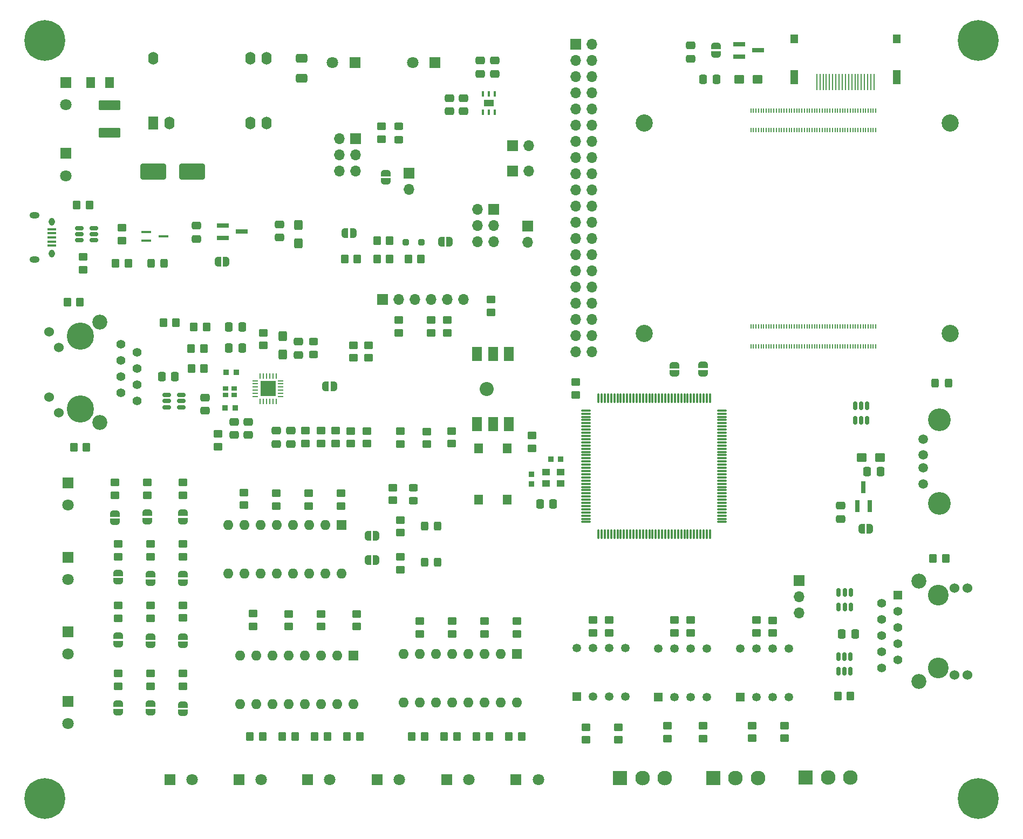
<source format=gbr>
%TF.GenerationSoftware,KiCad,Pcbnew,7.0.2*%
%TF.CreationDate,2023-08-01T13:01:46+02:00*%
%TF.ProjectId,jv_thesis,6a765f74-6865-4736-9973-2e6b69636164,rev?*%
%TF.SameCoordinates,Original*%
%TF.FileFunction,Soldermask,Top*%
%TF.FilePolarity,Negative*%
%FSLAX46Y46*%
G04 Gerber Fmt 4.6, Leading zero omitted, Abs format (unit mm)*
G04 Created by KiCad (PCBNEW 7.0.2) date 2023-08-01 13:01:46*
%MOMM*%
%LPD*%
G01*
G04 APERTURE LIST*
G04 Aperture macros list*
%AMRoundRect*
0 Rectangle with rounded corners*
0 $1 Rounding radius*
0 $2 $3 $4 $5 $6 $7 $8 $9 X,Y pos of 4 corners*
0 Add a 4 corners polygon primitive as box body*
4,1,4,$2,$3,$4,$5,$6,$7,$8,$9,$2,$3,0*
0 Add four circle primitives for the rounded corners*
1,1,$1+$1,$2,$3*
1,1,$1+$1,$4,$5*
1,1,$1+$1,$6,$7*
1,1,$1+$1,$8,$9*
0 Add four rect primitives between the rounded corners*
20,1,$1+$1,$2,$3,$4,$5,0*
20,1,$1+$1,$4,$5,$6,$7,0*
20,1,$1+$1,$6,$7,$8,$9,0*
20,1,$1+$1,$8,$9,$2,$3,0*%
%AMFreePoly0*
4,1,19,0.500000,-0.750000,0.000000,-0.750000,0.000000,-0.744911,-0.071157,-0.744911,-0.207708,-0.704816,-0.327430,-0.627875,-0.420627,-0.520320,-0.479746,-0.390866,-0.500000,-0.250000,-0.500000,0.250000,-0.479746,0.390866,-0.420627,0.520320,-0.327430,0.627875,-0.207708,0.704816,-0.071157,0.744911,0.000000,0.744911,0.000000,0.750000,0.500000,0.750000,0.500000,-0.750000,0.500000,-0.750000,
$1*%
%AMFreePoly1*
4,1,19,0.000000,0.744911,0.071157,0.744911,0.207708,0.704816,0.327430,0.627875,0.420627,0.520320,0.479746,0.390866,0.500000,0.250000,0.500000,-0.250000,0.479746,-0.390866,0.420627,-0.520320,0.327430,-0.627875,0.207708,-0.704816,0.071157,-0.744911,0.000000,-0.744911,0.000000,-0.750000,-0.500000,-0.750000,-0.500000,0.750000,0.000000,0.750000,0.000000,0.744911,0.000000,0.744911,
$1*%
G04 Aperture macros list end*
%ADD10R,1.800000X1.800000*%
%ADD11C,1.800000*%
%ADD12FreePoly0,0.000000*%
%ADD13FreePoly1,0.000000*%
%ADD14RoundRect,0.250000X-0.337500X-0.475000X0.337500X-0.475000X0.337500X0.475000X-0.337500X0.475000X0*%
%ADD15FreePoly0,270.000000*%
%ADD16FreePoly1,270.000000*%
%ADD17RoundRect,0.250000X-0.450000X0.350000X-0.450000X-0.350000X0.450000X-0.350000X0.450000X0.350000X0*%
%ADD18RoundRect,0.250000X-1.450000X0.537500X-1.450000X-0.537500X1.450000X-0.537500X1.450000X0.537500X0*%
%ADD19RoundRect,0.250000X0.475000X-0.337500X0.475000X0.337500X-0.475000X0.337500X-0.475000X-0.337500X0*%
%ADD20RoundRect,0.250000X0.450000X-0.350000X0.450000X0.350000X-0.450000X0.350000X-0.450000X-0.350000X0*%
%ADD21RoundRect,0.250000X0.325000X0.450000X-0.325000X0.450000X-0.325000X-0.450000X0.325000X-0.450000X0*%
%ADD22R,0.850000X0.750000*%
%ADD23R,1.700000X1.700000*%
%ADD24O,1.700000X1.700000*%
%ADD25RoundRect,0.250000X-0.350000X-0.450000X0.350000X-0.450000X0.350000X0.450000X-0.350000X0.450000X0*%
%ADD26RoundRect,0.250000X-0.325000X-0.450000X0.325000X-0.450000X0.325000X0.450000X-0.325000X0.450000X0*%
%ADD27R,2.300000X2.300000*%
%ADD28C,2.300000*%
%ADD29C,2.700000*%
%ADD30R,0.200000X0.700000*%
%ADD31R,1.900000X0.800000*%
%ADD32RoundRect,0.250000X-0.475000X0.337500X-0.475000X-0.337500X0.475000X-0.337500X0.475000X0.337500X0*%
%ADD33RoundRect,0.250000X0.450000X-0.325000X0.450000X0.325000X-0.450000X0.325000X-0.450000X-0.325000X0*%
%ADD34R,1.600000X1.600000*%
%ADD35O,1.600000X1.600000*%
%ADD36C,1.398000*%
%ADD37C,1.530000*%
%ADD38C,4.266000*%
%ADD39C,2.355000*%
%ADD40R,0.863600X0.965200*%
%ADD41RoundRect,0.250000X-0.250000X-0.250000X0.250000X-0.250000X0.250000X0.250000X-0.250000X0.250000X0*%
%ADD42R,1.295400X1.092200*%
%ADD43R,0.930000X0.940000*%
%ADD44RoundRect,0.250000X0.337500X0.475000X-0.337500X0.475000X-0.337500X-0.475000X0.337500X-0.475000X0*%
%ADD45R,1.600000X2.000000*%
%ADD46O,1.600000X2.000000*%
%ADD47R,0.280000X2.600000*%
%ADD48R,1.300000X1.400000*%
%ADD49R,1.300000X2.200000*%
%ADD50RoundRect,0.075000X-0.662500X-0.075000X0.662500X-0.075000X0.662500X0.075000X-0.662500X0.075000X0*%
%ADD51RoundRect,0.075000X-0.075000X-0.662500X0.075000X-0.662500X0.075000X0.662500X-0.075000X0.662500X0*%
%ADD52RoundRect,0.250000X0.425000X-0.537500X0.425000X0.537500X-0.425000X0.537500X-0.425000X-0.537500X0*%
%ADD53C,0.800000*%
%ADD54C,6.400000*%
%ADD55FreePoly0,180.000000*%
%ADD56FreePoly1,180.000000*%
%ADD57RoundRect,0.150000X0.150000X-0.512500X0.150000X0.512500X-0.150000X0.512500X-0.150000X-0.512500X0*%
%ADD58RoundRect,0.250000X-0.650000X0.412500X-0.650000X-0.412500X0.650000X-0.412500X0.650000X0.412500X0*%
%ADD59RoundRect,0.250000X-1.750000X-1.000000X1.750000X-1.000000X1.750000X1.000000X-1.750000X1.000000X0*%
%ADD60R,1.348000X1.348000*%
%ADD61C,1.348000*%
%ADD62RoundRect,0.150000X0.512500X0.150000X-0.512500X0.150000X-0.512500X-0.150000X0.512500X-0.150000X0*%
%ADD63FreePoly0,90.000000*%
%ADD64FreePoly1,90.000000*%
%ADD65RoundRect,0.250000X-0.537500X-0.425000X0.537500X-0.425000X0.537500X0.425000X-0.537500X0.425000X0*%
%ADD66RoundRect,0.250000X-0.450000X0.325000X-0.450000X-0.325000X0.450000X-0.325000X0.450000X0.325000X0*%
%ADD67RoundRect,0.250000X0.350000X0.450000X-0.350000X0.450000X-0.350000X-0.450000X0.350000X-0.450000X0*%
%ADD68R,0.940000X0.930000*%
%ADD69C,1.500000*%
%ADD70C,3.570000*%
%ADD71RoundRect,0.250000X0.537500X0.425000X-0.537500X0.425000X-0.537500X-0.425000X0.537500X-0.425000X0*%
%ADD72R,1.500000X0.450000*%
%ADD73C,3.250000*%
%ADD74R,1.398000X1.398000*%
%ADD75RoundRect,0.250001X-0.462499X-0.624999X0.462499X-0.624999X0.462499X0.624999X-0.462499X0.624999X0*%
%ADD76R,1.600200X2.311400*%
%ADD77C,2.209800*%
%ADD78R,0.800000X1.900000*%
%ADD79RoundRect,0.062500X-0.325000X-0.062500X0.325000X-0.062500X0.325000X0.062500X-0.325000X0.062500X0*%
%ADD80RoundRect,0.062500X-0.062500X-0.325000X0.062500X-0.325000X0.062500X0.325000X-0.062500X0.325000X0*%
%ADD81R,2.450000X2.450000*%
%ADD82RoundRect,0.040000X0.160000X-0.380000X0.160000X0.380000X-0.160000X0.380000X-0.160000X-0.380000X0*%
%ADD83RoundRect,0.040000X-0.160000X0.380000X-0.160000X-0.380000X0.160000X-0.380000X0.160000X0.380000X0*%
%ADD84R,1.650000X1.140000*%
%ADD85R,1.400000X1.600000*%
%ADD86R,1.350000X0.400000*%
%ADD87O,1.550000X1.000000*%
%ADD88O,0.950000X1.250000*%
G04 APERTURE END LIST*
D10*
%TO.C,J14*%
X123088700Y-154705000D03*
D11*
X126588700Y-154705000D03*
%TD*%
D12*
%TO.C,JP7*%
X188199000Y-115316000D03*
D13*
X189499000Y-115316000D03*
%TD*%
D14*
%TO.C,C51*%
X185123000Y-131826000D03*
X187198000Y-131826000D03*
%TD*%
D15*
%TO.C,JP25*%
X81755700Y-122475000D03*
D16*
X81755700Y-123775000D03*
%TD*%
D17*
%TO.C,R39*%
X158877000Y-129683000D03*
X158877000Y-131683000D03*
%TD*%
D10*
%TO.C,J15*%
X112188700Y-154675000D03*
D11*
X115688700Y-154675000D03*
%TD*%
D18*
%TO.C,C38*%
X70231000Y-48895000D03*
X70231000Y-53170000D03*
%TD*%
D17*
%TO.C,R54*%
X103390200Y-128672000D03*
X103390200Y-130672000D03*
%TD*%
D19*
%TO.C,C59*%
X128397000Y-43942000D03*
X128397000Y-41867000D03*
%TD*%
D10*
%TO.C,J27*%
X63687700Y-119779000D03*
D11*
X63687700Y-123279000D03*
%TD*%
D20*
%TO.C,R12*%
X123190000Y-84582000D03*
X123190000Y-82582000D03*
%TD*%
D19*
%TO.C,C64*%
X184940000Y-113767500D03*
X184940000Y-111692500D03*
%TD*%
D21*
%TO.C,D3*%
X78773700Y-73679000D03*
X76723700Y-73679000D03*
%TD*%
D22*
%TO.C,CRYSTAL2*%
X88385700Y-94351000D03*
X89735700Y-94351000D03*
X89735700Y-93301000D03*
X88385700Y-93301000D03*
%TD*%
D17*
%TO.C,R42*%
X171704000Y-129683000D03*
X171704000Y-131683000D03*
%TD*%
D23*
%TO.C,J4*%
X130475700Y-65215000D03*
D24*
X127935700Y-65215000D03*
X130475700Y-67755000D03*
X127935700Y-67755000D03*
X130475700Y-70295000D03*
X127935700Y-70295000D03*
%TD*%
D25*
%TO.C,R59*%
X97294200Y-147944000D03*
X99294200Y-147944000D03*
%TD*%
D15*
%TO.C,JP21*%
X71595700Y-142795000D03*
D16*
X71595700Y-144095000D03*
%TD*%
D17*
%TO.C,R66*%
X96393000Y-109760000D03*
X96393000Y-111760000D03*
%TD*%
D26*
%TO.C,D1*%
X199785700Y-92495000D03*
X201835700Y-92495000D03*
%TD*%
D23*
%TO.C,J31*%
X178440000Y-123420000D03*
D24*
X178440000Y-125960000D03*
X178440000Y-128500000D03*
%TD*%
D20*
%TO.C,R2*%
X144972200Y-148466000D03*
X144972200Y-146466000D03*
%TD*%
D27*
%TO.C,J19*%
X179438700Y-154350000D03*
D28*
X182938700Y-154350000D03*
X186438700Y-154350000D03*
%TD*%
D25*
%TO.C,R57*%
X107454200Y-147944000D03*
X109454200Y-147944000D03*
%TD*%
D29*
%TO.C,Module1*%
X154143700Y-84689000D03*
X202143700Y-84689000D03*
X154143700Y-51689000D03*
X202143700Y-51689000D03*
D30*
X170843700Y-86689000D03*
X170843700Y-83609000D03*
X171243700Y-86689000D03*
X171243700Y-83609000D03*
X171643700Y-86689000D03*
X171643700Y-83609000D03*
X172043700Y-86689000D03*
X172043700Y-83609000D03*
X172443700Y-86689000D03*
X172443700Y-83609000D03*
X172843700Y-86689000D03*
X172843700Y-83609000D03*
X173243700Y-86689000D03*
X173243700Y-83609000D03*
X173643700Y-86689000D03*
X173643700Y-83609000D03*
X174043700Y-86689000D03*
X174043700Y-83609000D03*
X174443700Y-86689000D03*
X174443700Y-83609000D03*
X174843700Y-86689000D03*
X174843700Y-83609000D03*
X175243700Y-86689000D03*
X175243700Y-83609000D03*
X175643700Y-86689000D03*
X175643700Y-83609000D03*
X176043700Y-86689000D03*
X176043700Y-83609000D03*
X176443700Y-86689000D03*
X176443700Y-83609000D03*
X176843700Y-86689000D03*
X176843700Y-83609000D03*
X177243700Y-86689000D03*
X177243700Y-83609000D03*
X177643700Y-86689000D03*
X177643700Y-83609000D03*
X178043700Y-86689000D03*
X178043700Y-83609000D03*
X178443700Y-86689000D03*
X178443700Y-83609000D03*
X178843700Y-86689000D03*
X178843700Y-83609000D03*
X179243700Y-86689000D03*
X179243700Y-83609000D03*
X179643700Y-86689000D03*
X179643700Y-83609000D03*
X180043700Y-86689000D03*
X180043700Y-83609000D03*
X180443700Y-86689000D03*
X180443700Y-83609000D03*
X180843700Y-86689000D03*
X180843700Y-83609000D03*
X181243700Y-86689000D03*
X181243700Y-83609000D03*
X181643700Y-86689000D03*
X181643700Y-83609000D03*
X182043700Y-86689000D03*
X182043700Y-83609000D03*
X182443700Y-86689000D03*
X182443700Y-83609000D03*
X182843700Y-86689000D03*
X182843700Y-83609000D03*
X183243700Y-86689000D03*
X183243700Y-83609000D03*
X183643700Y-86689000D03*
X183643700Y-83609000D03*
X184043700Y-86689000D03*
X184043700Y-83609000D03*
X184443700Y-86689000D03*
X184443700Y-83609000D03*
X184843700Y-86689000D03*
X184843700Y-83609000D03*
X185243700Y-86689000D03*
X185243700Y-83609000D03*
X185643700Y-86689000D03*
X185643700Y-83609000D03*
X186043700Y-86689000D03*
X186043700Y-83609000D03*
X186443700Y-86689000D03*
X186443700Y-83609000D03*
X186843700Y-86689000D03*
X186843700Y-83609000D03*
X187243700Y-86689000D03*
X187243700Y-83609000D03*
X187643700Y-86689000D03*
X187643700Y-83609000D03*
X188043700Y-86689000D03*
X188043700Y-83609000D03*
X188443700Y-86689000D03*
X188443700Y-83609000D03*
X188843700Y-86689000D03*
X188843700Y-83609000D03*
X189243700Y-86689000D03*
X189243700Y-83609000D03*
X189643700Y-86689000D03*
X189643700Y-83609000D03*
X190043700Y-86689000D03*
X190043700Y-83609000D03*
X190443700Y-86689000D03*
X190443700Y-83609000D03*
X170843700Y-52769000D03*
X170843700Y-49689000D03*
X171243700Y-52769000D03*
X171243700Y-49689000D03*
X171643700Y-52769000D03*
X171643700Y-49689000D03*
X172043700Y-52769000D03*
X172043700Y-49689000D03*
X172443700Y-52769000D03*
X172443700Y-49689000D03*
X172843700Y-52769000D03*
X172843700Y-49689000D03*
X173243700Y-52769000D03*
X173243700Y-49689000D03*
X173643700Y-52769000D03*
X173643700Y-49689000D03*
X174043700Y-52769000D03*
X174043700Y-49689000D03*
X174443700Y-52769000D03*
X174443700Y-49689000D03*
X174843700Y-52769000D03*
X174843700Y-49689000D03*
X175243700Y-52769000D03*
X175243700Y-49689000D03*
X175643700Y-52769000D03*
X175643700Y-49689000D03*
X176043700Y-52769000D03*
X176043700Y-49689000D03*
X176443700Y-52769000D03*
X176443700Y-49689000D03*
X176843700Y-52769000D03*
X176843700Y-49689000D03*
X177243700Y-52769000D03*
X177243700Y-49689000D03*
X177643700Y-52769000D03*
X177643700Y-49689000D03*
X178043700Y-52769000D03*
X178043700Y-49689000D03*
X178443700Y-52769000D03*
X178443700Y-49689000D03*
X178843700Y-52769000D03*
X178843700Y-49689000D03*
X179243700Y-52769000D03*
X179243700Y-49689000D03*
X179643700Y-52769000D03*
X179643700Y-49689000D03*
X180043700Y-52769000D03*
X180043700Y-49689000D03*
X180443700Y-52769000D03*
X180443700Y-49689000D03*
X180843700Y-52769000D03*
X180843700Y-49689000D03*
X181243700Y-52769000D03*
X181243700Y-49689000D03*
X181643700Y-52769000D03*
X181643700Y-49689000D03*
X182043700Y-52769000D03*
X182043700Y-49689000D03*
X182443700Y-52769000D03*
X182443700Y-49689000D03*
X182843700Y-52769000D03*
X182843700Y-49689000D03*
X183243700Y-52769000D03*
X183243700Y-49689000D03*
X183643700Y-52769000D03*
X183643700Y-49689000D03*
X184043700Y-52769000D03*
X184043700Y-49689000D03*
X184443700Y-52769000D03*
X184443700Y-49689000D03*
X184843700Y-52769000D03*
X184843700Y-49689000D03*
X185243700Y-52769000D03*
X185243700Y-49689000D03*
X185643700Y-52769000D03*
X185643700Y-49689000D03*
X186043700Y-52769000D03*
X186043700Y-49689000D03*
X186443700Y-52769000D03*
X186443700Y-49689000D03*
X186843700Y-52769000D03*
X186843700Y-49689000D03*
X187243700Y-52769000D03*
X187243700Y-49689000D03*
X187643700Y-52769000D03*
X187643700Y-49689000D03*
X188043700Y-52769000D03*
X188043700Y-49689000D03*
X188443700Y-52769000D03*
X188443700Y-49689000D03*
X188843700Y-52769000D03*
X188843700Y-49689000D03*
X189243700Y-52769000D03*
X189243700Y-49689000D03*
X189643700Y-52769000D03*
X189643700Y-49689000D03*
X190043700Y-52769000D03*
X190043700Y-49689000D03*
X190443700Y-52769000D03*
X190443700Y-49689000D03*
%TD*%
D17*
%TO.C,R68*%
X81755700Y-138031000D03*
X81755700Y-140031000D03*
%TD*%
D20*
%TO.C,R1*%
X143345700Y-94335000D03*
X143345700Y-92335000D03*
%TD*%
%TO.C,R22*%
X123862900Y-101995800D03*
X123862900Y-99995800D03*
%TD*%
D15*
%TO.C,JP19*%
X81755700Y-142937000D03*
D16*
X81755700Y-144237000D03*
%TD*%
D31*
%TO.C,U9*%
X168978700Y-39323000D03*
X168978700Y-41223000D03*
X171978700Y-40273000D03*
%TD*%
D10*
%TO.C,J23*%
X90488700Y-154675000D03*
D11*
X93988700Y-154675000D03*
%TD*%
D25*
%TO.C,R52*%
X117630200Y-147944000D03*
X119630200Y-147944000D03*
%TD*%
D15*
%TO.C,JP28*%
X81755700Y-112823000D03*
D16*
X81755700Y-114123000D03*
%TD*%
D32*
%TO.C,C45*%
X89789000Y-98552000D03*
X89789000Y-100627000D03*
%TD*%
D25*
%TO.C,R9*%
X112165700Y-70109000D03*
X114165700Y-70109000D03*
%TD*%
D17*
%TO.C,R56*%
X92722200Y-128656000D03*
X92722200Y-130656000D03*
%TD*%
%TO.C,R26*%
X108458000Y-86519000D03*
X108458000Y-88519000D03*
%TD*%
D15*
%TO.C,JP26*%
X76675700Y-122475000D03*
D16*
X76675700Y-123775000D03*
%TD*%
D33*
%TO.C,D2*%
X115570000Y-54247000D03*
X115570000Y-52197000D03*
%TD*%
D34*
%TO.C,U14*%
X134109200Y-135000000D03*
D35*
X131569200Y-135000000D03*
X129029200Y-135000000D03*
X126489200Y-135000000D03*
X123949200Y-135000000D03*
X121409200Y-135000000D03*
X118869200Y-135000000D03*
X116329200Y-135000000D03*
X116329200Y-142620000D03*
X118869200Y-142620000D03*
X121409200Y-142620000D03*
X123949200Y-142620000D03*
X126489200Y-142620000D03*
X129029200Y-142620000D03*
X131569200Y-142620000D03*
X134109200Y-142620000D03*
%TD*%
D17*
%TO.C,R77*%
X81755700Y-108059000D03*
X81755700Y-110059000D03*
%TD*%
D20*
%TO.C,R27*%
X105664000Y-101949000D03*
X105664000Y-99949000D03*
%TD*%
D36*
%TO.C,U3*%
X71971700Y-86350000D03*
X74511700Y-87620000D03*
X71971700Y-88890000D03*
X74511700Y-90160000D03*
X71971700Y-91430000D03*
X74511700Y-92700000D03*
X71971700Y-93970000D03*
X74511700Y-95240000D03*
D37*
X60721700Y-84470000D03*
X62241700Y-86920000D03*
D38*
X65621700Y-85080000D03*
X65621700Y-96510000D03*
D39*
X68671700Y-82920000D03*
X68671700Y-98670000D03*
D37*
X60721700Y-94670000D03*
X62241700Y-97120000D03*
%TD*%
D40*
%TO.C,C40*%
X89916000Y-96393000D03*
X88315800Y-96393000D03*
%TD*%
D17*
%TO.C,R76*%
X71595700Y-117695000D03*
X71595700Y-119695000D03*
%TD*%
D31*
%TO.C,U2*%
X87986500Y-67757000D03*
X87986500Y-69657000D03*
X90986500Y-68707000D03*
%TD*%
D32*
%TO.C,C58*%
X161378700Y-39507500D03*
X161378700Y-41582500D03*
%TD*%
D41*
%TO.C,D4*%
X116661700Y-70348000D03*
X119161700Y-70348000D03*
%TD*%
D42*
%TO.C,CRYSTAL1*%
X140995700Y-106404999D03*
X138695700Y-106404999D03*
X138695700Y-108205001D03*
X140995700Y-108205001D03*
%TD*%
D25*
%TO.C,R31*%
X83050000Y-90200000D03*
X85050000Y-90200000D03*
%TD*%
D17*
%TO.C,R63*%
X174244000Y-129699000D03*
X174244000Y-131699000D03*
%TD*%
D23*
%TO.C,J5*%
X133477000Y-59182000D03*
D24*
X136017000Y-59182000D03*
%TD*%
D43*
%TO.C,C41*%
X136409700Y-108275999D03*
X136409700Y-106785999D03*
%TD*%
D44*
%TO.C,C63*%
X191187500Y-106390000D03*
X189112500Y-106390000D03*
%TD*%
D17*
%TO.C,R78*%
X76167700Y-108059000D03*
X76167700Y-110059000D03*
%TD*%
D15*
%TO.C,JP18*%
X113538000Y-59533000D03*
D16*
X113538000Y-60833000D03*
%TD*%
D20*
%TO.C,R28*%
X94361000Y-86582000D03*
X94361000Y-84582000D03*
%TD*%
D25*
%TO.C,R49*%
X132870200Y-147944000D03*
X134870200Y-147944000D03*
%TD*%
D45*
%TO.C,U11*%
X77089000Y-51689000D03*
D46*
X79629000Y-51689000D03*
X92329000Y-51689000D03*
X94869000Y-51689000D03*
X94869000Y-41529000D03*
X92329000Y-41529000D03*
X77089000Y-41529000D03*
%TD*%
D25*
%TO.C,R34*%
X64575700Y-102575000D03*
X66575700Y-102575000D03*
%TD*%
D10*
%TO.C,J13*%
X133988700Y-154675000D03*
D11*
X137488700Y-154675000D03*
%TD*%
D25*
%TO.C,R61*%
X199403500Y-120030400D03*
X201403500Y-120030400D03*
%TD*%
D14*
%TO.C,C46*%
X88926700Y-83683000D03*
X91001700Y-83683000D03*
%TD*%
D15*
%TO.C,JP30*%
X71087700Y-112965000D03*
D16*
X71087700Y-114265000D03*
%TD*%
D17*
%TO.C,R14*%
X66064700Y-72679000D03*
X66064700Y-74679000D03*
%TD*%
D20*
%TO.C,R36*%
X157775700Y-148247000D03*
X157775700Y-146247000D03*
%TD*%
D47*
%TO.C,J9*%
X181178700Y-45205000D03*
X181678700Y-45205000D03*
X182178700Y-45205000D03*
X182678700Y-45205000D03*
X183178700Y-45205000D03*
X183678700Y-45205000D03*
X184178700Y-45205000D03*
X184678700Y-45205000D03*
X185178700Y-45205000D03*
X185678700Y-45205000D03*
X186178700Y-45205000D03*
X186678700Y-45205000D03*
X187178700Y-45205000D03*
X187678700Y-45205000D03*
X188178700Y-45205000D03*
X188678700Y-45205000D03*
X189178700Y-45205000D03*
X189678700Y-45205000D03*
X190178700Y-45205000D03*
D48*
X177628700Y-38485000D03*
D49*
X177628700Y-44445000D03*
D48*
X193728700Y-38485000D03*
D49*
X193728700Y-44445000D03*
%TD*%
D15*
%TO.C,JP4*%
X165378700Y-39595000D03*
D16*
X165378700Y-40895000D03*
%TD*%
D10*
%TO.C,J22*%
X121288700Y-42175000D03*
D11*
X117788700Y-42175000D03*
%TD*%
D23*
%TO.C,J2*%
X135825700Y-67805000D03*
D24*
X135825700Y-70345000D03*
%TD*%
D20*
%TO.C,R20*%
X115862900Y-102005800D03*
X115862900Y-100005800D03*
%TD*%
D34*
%TO.C,U17*%
X108470200Y-135244000D03*
D35*
X105930200Y-135244000D03*
X103390200Y-135244000D03*
X100850200Y-135244000D03*
X98310200Y-135244000D03*
X95770200Y-135244000D03*
X93230200Y-135244000D03*
X90690200Y-135244000D03*
X90690200Y-142864000D03*
X93230200Y-142864000D03*
X95770200Y-142864000D03*
X98310200Y-142864000D03*
X100850200Y-142864000D03*
X103390200Y-142864000D03*
X105930200Y-142864000D03*
X108470200Y-142864000D03*
%TD*%
D50*
%TO.C,U1*%
X145005700Y-96771500D03*
X145005700Y-97271500D03*
X145005700Y-97771500D03*
X145005700Y-98271500D03*
X145005700Y-98771500D03*
X145005700Y-99271500D03*
X145005700Y-99771500D03*
X145005700Y-100271500D03*
X145005700Y-100771500D03*
X145005700Y-101271500D03*
X145005700Y-101771500D03*
X145005700Y-102271500D03*
X145005700Y-102771500D03*
X145005700Y-103271500D03*
X145005700Y-103771500D03*
X145005700Y-104271500D03*
X145005700Y-104771500D03*
X145005700Y-105271500D03*
X145005700Y-105771500D03*
X145005700Y-106271500D03*
X145005700Y-106771500D03*
X145005700Y-107271500D03*
X145005700Y-107771500D03*
X145005700Y-108271500D03*
X145005700Y-108771500D03*
X145005700Y-109271500D03*
X145005700Y-109771500D03*
X145005700Y-110271500D03*
X145005700Y-110771500D03*
X145005700Y-111271500D03*
X145005700Y-111771500D03*
X145005700Y-112271500D03*
X145005700Y-112771500D03*
X145005700Y-113271500D03*
X145005700Y-113771500D03*
X145005700Y-114271500D03*
D51*
X146918200Y-116184000D03*
X147418200Y-116184000D03*
X147918200Y-116184000D03*
X148418200Y-116184000D03*
X148918200Y-116184000D03*
X149418200Y-116184000D03*
X149918200Y-116184000D03*
X150418200Y-116184000D03*
X150918200Y-116184000D03*
X151418200Y-116184000D03*
X151918200Y-116184000D03*
X152418200Y-116184000D03*
X152918200Y-116184000D03*
X153418200Y-116184000D03*
X153918200Y-116184000D03*
X154418200Y-116184000D03*
X154918200Y-116184000D03*
X155418200Y-116184000D03*
X155918200Y-116184000D03*
X156418200Y-116184000D03*
X156918200Y-116184000D03*
X157418200Y-116184000D03*
X157918200Y-116184000D03*
X158418200Y-116184000D03*
X158918200Y-116184000D03*
X159418200Y-116184000D03*
X159918200Y-116184000D03*
X160418200Y-116184000D03*
X160918200Y-116184000D03*
X161418200Y-116184000D03*
X161918200Y-116184000D03*
X162418200Y-116184000D03*
X162918200Y-116184000D03*
X163418200Y-116184000D03*
X163918200Y-116184000D03*
X164418200Y-116184000D03*
D50*
X166330700Y-114271500D03*
X166330700Y-113771500D03*
X166330700Y-113271500D03*
X166330700Y-112771500D03*
X166330700Y-112271500D03*
X166330700Y-111771500D03*
X166330700Y-111271500D03*
X166330700Y-110771500D03*
X166330700Y-110271500D03*
X166330700Y-109771500D03*
X166330700Y-109271500D03*
X166330700Y-108771500D03*
X166330700Y-108271500D03*
X166330700Y-107771500D03*
X166330700Y-107271500D03*
X166330700Y-106771500D03*
X166330700Y-106271500D03*
X166330700Y-105771500D03*
X166330700Y-105271500D03*
X166330700Y-104771500D03*
X166330700Y-104271500D03*
X166330700Y-103771500D03*
X166330700Y-103271500D03*
X166330700Y-102771500D03*
X166330700Y-102271500D03*
X166330700Y-101771500D03*
X166330700Y-101271500D03*
X166330700Y-100771500D03*
X166330700Y-100271500D03*
X166330700Y-99771500D03*
X166330700Y-99271500D03*
X166330700Y-98771500D03*
X166330700Y-98271500D03*
X166330700Y-97771500D03*
X166330700Y-97271500D03*
X166330700Y-96771500D03*
D51*
X164418200Y-94859000D03*
X163918200Y-94859000D03*
X163418200Y-94859000D03*
X162918200Y-94859000D03*
X162418200Y-94859000D03*
X161918200Y-94859000D03*
X161418200Y-94859000D03*
X160918200Y-94859000D03*
X160418200Y-94859000D03*
X159918200Y-94859000D03*
X159418200Y-94859000D03*
X158918200Y-94859000D03*
X158418200Y-94859000D03*
X157918200Y-94859000D03*
X157418200Y-94859000D03*
X156918200Y-94859000D03*
X156418200Y-94859000D03*
X155918200Y-94859000D03*
X155418200Y-94859000D03*
X154918200Y-94859000D03*
X154418200Y-94859000D03*
X153918200Y-94859000D03*
X153418200Y-94859000D03*
X152918200Y-94859000D03*
X152418200Y-94859000D03*
X151918200Y-94859000D03*
X151418200Y-94859000D03*
X150918200Y-94859000D03*
X150418200Y-94859000D03*
X149918200Y-94859000D03*
X149418200Y-94859000D03*
X148918200Y-94859000D03*
X148418200Y-94859000D03*
X147918200Y-94859000D03*
X147418200Y-94859000D03*
X146918200Y-94859000D03*
%TD*%
D26*
%TO.C,D6*%
X119638500Y-114899600D03*
X121688500Y-114899600D03*
%TD*%
D23*
%TO.C,J3*%
X113030000Y-79375000D03*
D24*
X115570000Y-79375000D03*
X118110000Y-79375000D03*
X120650000Y-79375000D03*
X123190000Y-79375000D03*
X125730000Y-79375000D03*
%TD*%
D17*
%TO.C,R64*%
X106553000Y-109744000D03*
X106553000Y-111744000D03*
%TD*%
%TO.C,R47*%
X123952000Y-129826000D03*
X123952000Y-131826000D03*
%TD*%
D10*
%TO.C,J20*%
X63338700Y-45325000D03*
D11*
X63338700Y-48825000D03*
%TD*%
D44*
%TO.C,C54*%
X165416200Y-44845000D03*
X163341200Y-44845000D03*
%TD*%
D26*
%TO.C,D7*%
X119663900Y-120589200D03*
X121713900Y-120589200D03*
%TD*%
D40*
%TO.C,C32*%
X90081900Y-90795000D03*
X88481700Y-90795000D03*
%TD*%
D25*
%TO.C,R44*%
X184493700Y-141595000D03*
X186493700Y-141595000D03*
%TD*%
D52*
%TO.C,C36*%
X97409000Y-88011000D03*
X97409000Y-85136000D03*
%TD*%
D17*
%TO.C,R48*%
X118872000Y-129826000D03*
X118872000Y-131826000D03*
%TD*%
%TO.C,R46*%
X129032000Y-129826000D03*
X129032000Y-131826000D03*
%TD*%
D20*
%TO.C,R5*%
X112903000Y-54197000D03*
X112903000Y-52197000D03*
%TD*%
D53*
%TO.C,H2*%
X204140000Y-38680000D03*
X204842944Y-36982944D03*
X204842944Y-40377056D03*
X206540000Y-36280000D03*
D54*
X206540000Y-38680000D03*
D53*
X206540000Y-41080000D03*
X208237056Y-36982944D03*
X208237056Y-40377056D03*
X208940000Y-38680000D03*
%TD*%
D25*
%TO.C,R30*%
X78630000Y-82980000D03*
X80630000Y-82980000D03*
%TD*%
D17*
%TO.C,R75*%
X76675700Y-117711000D03*
X76675700Y-119711000D03*
%TD*%
D32*
%TO.C,C48*%
X85217000Y-94742000D03*
X85217000Y-96817000D03*
%TD*%
D20*
%TO.C,R18*%
X108077000Y-101981000D03*
X108077000Y-99981000D03*
%TD*%
D15*
%TO.C,JP23*%
X76675700Y-132269000D03*
D16*
X76675700Y-133569000D03*
%TD*%
D17*
%TO.C,R25*%
X110871000Y-86519000D03*
X110871000Y-88519000D03*
%TD*%
%TO.C,R45*%
X134112000Y-129826000D03*
X134112000Y-131826000D03*
%TD*%
D52*
%TO.C,C33*%
X99829700Y-70538500D03*
X99829700Y-67663500D03*
%TD*%
D25*
%TO.C,R37*%
X63575700Y-79745000D03*
X65575700Y-79745000D03*
%TD*%
D20*
%TO.C,R24*%
X100965000Y-101949000D03*
X100965000Y-99949000D03*
%TD*%
D33*
%TO.C,FB2*%
X102235000Y-88011000D03*
X102235000Y-85961000D03*
%TD*%
D20*
%TO.C,R11*%
X120650000Y-84582000D03*
X120650000Y-82582000D03*
%TD*%
D25*
%TO.C,R60*%
X92214200Y-147944000D03*
X94214200Y-147944000D03*
%TD*%
D55*
%TO.C,JP6*%
X112044000Y-120269000D03*
D56*
X110744000Y-120269000D03*
%TD*%
D17*
%TO.C,R43*%
X161417000Y-129683000D03*
X161417000Y-131683000D03*
%TD*%
%TO.C,R4*%
X146050000Y-129667000D03*
X146050000Y-131667000D03*
%TD*%
%TO.C,R53*%
X108978200Y-128672000D03*
X108978200Y-130672000D03*
%TD*%
D57*
%TO.C,U7*%
X184625700Y-127614000D03*
X185575700Y-127614000D03*
X186525700Y-127614000D03*
X186525700Y-125339000D03*
X185575700Y-125339000D03*
X184625700Y-125339000D03*
%TD*%
D10*
%TO.C,J24*%
X79688700Y-154675000D03*
D11*
X83188700Y-154675000D03*
%TD*%
D17*
%TO.C,R74*%
X81755700Y-117695000D03*
X81755700Y-119695000D03*
%TD*%
D10*
%TO.C,J29*%
X63687700Y-142385000D03*
D11*
X63687700Y-145885000D03*
%TD*%
D58*
%TO.C,C37*%
X100330000Y-41529000D03*
X100330000Y-44654000D03*
%TD*%
D23*
%TO.C,J8*%
X117221000Y-59563000D03*
D24*
X117221000Y-62103000D03*
%TD*%
D59*
%TO.C,C34*%
X77089000Y-59309000D03*
X83189000Y-59309000D03*
%TD*%
D25*
%TO.C,R50*%
X127806200Y-147944000D03*
X129806200Y-147944000D03*
%TD*%
D53*
%TO.C,H3*%
X204140000Y-157680000D03*
X204842944Y-155982944D03*
X204842944Y-159377056D03*
X206540000Y-155280000D03*
D54*
X206540000Y-157680000D03*
D53*
X206540000Y-160080000D03*
X208237056Y-155982944D03*
X208237056Y-159377056D03*
X208940000Y-157680000D03*
%TD*%
D20*
%TO.C,R13*%
X130048000Y-81375000D03*
X130048000Y-79375000D03*
%TD*%
D10*
%TO.C,J21*%
X108688700Y-42175000D03*
D11*
X105188700Y-42175000D03*
%TD*%
D27*
%TO.C,J17*%
X150338700Y-154450000D03*
D28*
X153838700Y-154450000D03*
X157338700Y-154450000D03*
%TD*%
D60*
%TO.C,U16*%
X156337000Y-141732000D03*
D61*
X158877000Y-141732000D03*
X161417000Y-141732000D03*
X163957000Y-141732000D03*
X163957000Y-134112000D03*
X161417000Y-134112000D03*
X158877000Y-134112000D03*
X156337000Y-134112000D03*
%TD*%
D17*
%TO.C,R79*%
X71087700Y-108059000D03*
X71087700Y-110059000D03*
%TD*%
D23*
%TO.C,J7*%
X133477000Y-55245000D03*
D24*
X136017000Y-55245000D03*
%TD*%
D14*
%TO.C,C53*%
X78380300Y-91455400D03*
X80455300Y-91455400D03*
%TD*%
D10*
%TO.C,J28*%
X63687700Y-108095000D03*
D11*
X63687700Y-111595000D03*
%TD*%
D17*
%TO.C,R71*%
X71595700Y-127363000D03*
X71595700Y-129363000D03*
%TD*%
D32*
%TO.C,C62*%
X123571000Y-47752000D03*
X123571000Y-49827000D03*
%TD*%
D62*
%TO.C,U12*%
X67710200Y-70057000D03*
X67710200Y-69107000D03*
X67710200Y-68157000D03*
X65435200Y-68157000D03*
X65435200Y-69107000D03*
X65435200Y-70057000D03*
%TD*%
D10*
%TO.C,J16*%
X101288700Y-154675000D03*
D11*
X104788700Y-154675000D03*
%TD*%
D20*
%TO.C,R81*%
X115825700Y-115945000D03*
X115825700Y-113945000D03*
%TD*%
D15*
%TO.C,JP24*%
X71595700Y-132127000D03*
D16*
X71595700Y-133427000D03*
%TD*%
D19*
%TO.C,C60*%
X98679000Y-102024000D03*
X98679000Y-99949000D03*
%TD*%
D23*
%TO.C,J11*%
X143396500Y-39283800D03*
D24*
X145936500Y-39283800D03*
X143396500Y-41823800D03*
X145936500Y-41823800D03*
X143396500Y-44363800D03*
X145936500Y-44363800D03*
X143396500Y-46903800D03*
X145936500Y-46903800D03*
X143396500Y-49443800D03*
X145936500Y-49443800D03*
X143396500Y-51983800D03*
X145936500Y-51983800D03*
X143396500Y-54523800D03*
X145936500Y-54523800D03*
X143396500Y-57063800D03*
X145936500Y-57063800D03*
X143396500Y-59603800D03*
X145936500Y-59603800D03*
X143396500Y-62143800D03*
X145936500Y-62143800D03*
X143396500Y-64683800D03*
X145936500Y-64683800D03*
X143396500Y-67223800D03*
X145936500Y-67223800D03*
X143396500Y-69763800D03*
X145936500Y-69763800D03*
X143396500Y-72303800D03*
X145936500Y-72303800D03*
X143396500Y-74843800D03*
X145936500Y-74843800D03*
X143396500Y-77383800D03*
X145936500Y-77383800D03*
X143396500Y-79923800D03*
X145936500Y-79923800D03*
X143396500Y-82463800D03*
X145936500Y-82463800D03*
X143396500Y-85003800D03*
X145936500Y-85003800D03*
X143396500Y-87543800D03*
X145936500Y-87543800D03*
%TD*%
D10*
%TO.C,J30*%
X63687700Y-131463000D03*
D11*
X63687700Y-134963000D03*
%TD*%
D32*
%TO.C,C50*%
X125730000Y-47752000D03*
X125730000Y-49827000D03*
%TD*%
D20*
%TO.C,R38*%
X163363700Y-148247000D03*
X163363700Y-146247000D03*
%TD*%
D19*
%TO.C,C49*%
X99822000Y-88054000D03*
X99822000Y-85979000D03*
%TD*%
D63*
%TO.C,JP10*%
X163310100Y-90922000D03*
D64*
X163310100Y-89622000D03*
%TD*%
D20*
%TO.C,R40*%
X171076200Y-148212000D03*
X171076200Y-146212000D03*
%TD*%
D57*
%TO.C,U5*%
X187201300Y-98333300D03*
X188151300Y-98333300D03*
X189101300Y-98333300D03*
X189101300Y-96058300D03*
X188151300Y-96058300D03*
X187201300Y-96058300D03*
%TD*%
D17*
%TO.C,R65*%
X101473000Y-109744000D03*
X101473000Y-111744000D03*
%TD*%
D65*
%TO.C,C35*%
X169041200Y-44845000D03*
X171916200Y-44845000D03*
%TD*%
D20*
%TO.C,R19*%
X110617000Y-101981000D03*
X110617000Y-99981000D03*
%TD*%
D15*
%TO.C,JP20*%
X76675700Y-142795000D03*
D16*
X76675700Y-144095000D03*
%TD*%
D60*
%TO.C,U15*%
X143551700Y-141659000D03*
D61*
X146091700Y-141659000D03*
X148631700Y-141659000D03*
X151171700Y-141659000D03*
X151171700Y-134039000D03*
X148631700Y-134039000D03*
X146091700Y-134039000D03*
X143551700Y-134039000D03*
%TD*%
D17*
%TO.C,R69*%
X81755700Y-127331000D03*
X81755700Y-129331000D03*
%TD*%
D66*
%TO.C,D5*%
X117856000Y-108905200D03*
X117856000Y-110955200D03*
%TD*%
D20*
%TO.C,R10*%
X115570000Y-84582000D03*
X115570000Y-82582000D03*
%TD*%
%TO.C,R21*%
X119982900Y-102065800D03*
X119982900Y-100065800D03*
%TD*%
D17*
%TO.C,R73*%
X71595700Y-138031000D03*
X71595700Y-140031000D03*
%TD*%
D67*
%TO.C,R6*%
X119095700Y-73025000D03*
X117095700Y-73025000D03*
%TD*%
D68*
%TO.C,C31*%
X139491700Y-104372999D03*
X140981700Y-104372999D03*
%TD*%
D19*
%TO.C,C42*%
X96901000Y-69630500D03*
X96901000Y-67555500D03*
%TD*%
D60*
%TO.C,U18*%
X169164000Y-141732000D03*
D61*
X171704000Y-141732000D03*
X174244000Y-141732000D03*
X176784000Y-141732000D03*
X176784000Y-134112000D03*
X174244000Y-134112000D03*
X171704000Y-134112000D03*
X169164000Y-134112000D03*
%TD*%
D63*
%TO.C,JP9*%
X158890500Y-90947400D03*
D64*
X158890500Y-89647400D03*
%TD*%
D34*
%TO.C,U19*%
X106590700Y-114735000D03*
D35*
X104050700Y-114735000D03*
X101510700Y-114735000D03*
X98970700Y-114735000D03*
X96430700Y-114735000D03*
X93890700Y-114735000D03*
X91350700Y-114735000D03*
X88810700Y-114735000D03*
X88810700Y-122355000D03*
X91350700Y-122355000D03*
X93890700Y-122355000D03*
X96430700Y-122355000D03*
X98970700Y-122355000D03*
X101510700Y-122355000D03*
X104050700Y-122355000D03*
X106590700Y-122355000D03*
%TD*%
D20*
%TO.C,R41*%
X176156200Y-148212000D03*
X176156200Y-146212000D03*
%TD*%
%TO.C,R23*%
X103378000Y-101949000D03*
X103378000Y-99949000D03*
%TD*%
D69*
%TO.C,J10*%
X197900700Y-108265000D03*
X197900700Y-105765000D03*
X197900700Y-103765000D03*
X197900700Y-101265000D03*
D70*
X200440700Y-111335000D03*
X200440700Y-98195000D03*
%TD*%
D17*
%TO.C,R55*%
X98310200Y-128672000D03*
X98310200Y-130672000D03*
%TD*%
%TO.C,R33*%
X87249000Y-100473000D03*
X87249000Y-102473000D03*
%TD*%
D44*
%TO.C,C29*%
X139803200Y-111405000D03*
X137728200Y-111405000D03*
%TD*%
D15*
%TO.C,JP29*%
X76167700Y-112823000D03*
D16*
X76167700Y-114123000D03*
%TD*%
D10*
%TO.C,J25*%
X63338700Y-56425000D03*
D11*
X63338700Y-59925000D03*
%TD*%
D19*
%TO.C,C43*%
X96393000Y-102024000D03*
X96393000Y-99949000D03*
%TD*%
D32*
%TO.C,C44*%
X91948000Y-98530500D03*
X91948000Y-100605500D03*
%TD*%
D17*
%TO.C,R67*%
X91313000Y-109633000D03*
X91313000Y-111633000D03*
%TD*%
%TO.C,R16*%
X72160700Y-68107000D03*
X72160700Y-70107000D03*
%TD*%
D71*
%TO.C,C39*%
X191135000Y-104140000D03*
X188260000Y-104140000D03*
%TD*%
D67*
%TO.C,R8*%
X114173000Y-73025000D03*
X112173000Y-73025000D03*
%TD*%
D12*
%TO.C,JP3*%
X107158000Y-68961000D03*
D13*
X108458000Y-68961000D03*
%TD*%
D15*
%TO.C,JP22*%
X81755700Y-132269000D03*
D16*
X81755700Y-133569000D03*
%TD*%
D72*
%TO.C,Q1*%
X75989200Y-68804000D03*
X75989200Y-70104000D03*
X78649200Y-69454000D03*
%TD*%
D23*
%TO.C,J6*%
X108825700Y-54150000D03*
D24*
X106285700Y-54150000D03*
X108825700Y-56690000D03*
X106285700Y-56690000D03*
X108825700Y-59230000D03*
X106285700Y-59230000D03*
%TD*%
D55*
%TO.C,JP15*%
X105410000Y-92964000D03*
D56*
X104110000Y-92964000D03*
%TD*%
D67*
%TO.C,R17*%
X73160700Y-73679000D03*
X71160700Y-73679000D03*
%TD*%
D27*
%TO.C,J18*%
X164938700Y-154450000D03*
D28*
X168438700Y-154450000D03*
X171938700Y-154450000D03*
%TD*%
D14*
%TO.C,C47*%
X88952500Y-86950000D03*
X91027500Y-86950000D03*
%TD*%
D67*
%TO.C,R32*%
X84980000Y-87030000D03*
X82980000Y-87030000D03*
%TD*%
D17*
%TO.C,R70*%
X76675700Y-127347000D03*
X76675700Y-129347000D03*
%TD*%
D19*
%TO.C,C61*%
X130683000Y-43942000D03*
X130683000Y-41867000D03*
%TD*%
D20*
%TO.C,R80*%
X114681000Y-110871000D03*
X114681000Y-108871000D03*
%TD*%
D15*
%TO.C,JP27*%
X71595700Y-122251000D03*
D16*
X71595700Y-123551000D03*
%TD*%
D17*
%TO.C,R72*%
X76675700Y-138031000D03*
X76675700Y-140031000D03*
%TD*%
D67*
%TO.C,R7*%
X109093000Y-73025000D03*
X107093000Y-73025000D03*
%TD*%
D73*
%TO.C,J12*%
X200241700Y-137150000D03*
X200241700Y-125720000D03*
D74*
X193891700Y-125720000D03*
D36*
X191351700Y-126990000D03*
X193891700Y-128260000D03*
X191351700Y-129530000D03*
X193891700Y-130800000D03*
X191351700Y-132070000D03*
X193891700Y-133340000D03*
X191351700Y-134610000D03*
X193891700Y-135880000D03*
X191351700Y-137150000D03*
D37*
X202791700Y-138235000D03*
X204821700Y-138235000D03*
X202791700Y-124635000D03*
X204821700Y-124635000D03*
D39*
X197191700Y-139310000D03*
X197191700Y-123560000D03*
%TD*%
D55*
%TO.C,JP2*%
X123533700Y-70279000D03*
D56*
X122233700Y-70279000D03*
%TD*%
D75*
%TO.C,F1*%
X67256000Y-45339000D03*
X70231000Y-45339000D03*
%TD*%
D76*
%TO.C,SW3*%
X132875700Y-87911201D03*
X130375700Y-87911201D03*
X127875700Y-87911201D03*
X127875700Y-98911199D03*
X130375700Y-98911199D03*
X132875700Y-98911199D03*
D77*
X129375700Y-93411200D03*
%TD*%
D55*
%TO.C,JP5*%
X112029000Y-116459000D03*
D56*
X110729000Y-116459000D03*
%TD*%
D32*
%TO.C,C30*%
X83820000Y-67775000D03*
X83820000Y-69850000D03*
%TD*%
D62*
%TO.C,U8*%
X81485200Y-96257000D03*
X81485200Y-95307000D03*
X81485200Y-94357000D03*
X79210200Y-94357000D03*
X79210200Y-95307000D03*
X79210200Y-96257000D03*
%TD*%
D78*
%TO.C,U13*%
X187572100Y-111779100D03*
X189472100Y-111779100D03*
X188522100Y-108779100D03*
%TD*%
D79*
%TO.C,U6*%
X93106200Y-92093000D03*
X93106200Y-92593000D03*
X93106200Y-93093000D03*
X93106200Y-93593000D03*
X93106200Y-94093000D03*
X93106200Y-94593000D03*
D80*
X93843700Y-95330500D03*
X94343700Y-95330500D03*
X94843700Y-95330500D03*
X95343700Y-95330500D03*
X95843700Y-95330500D03*
X96343700Y-95330500D03*
D79*
X97081200Y-94593000D03*
X97081200Y-94093000D03*
X97081200Y-93593000D03*
X97081200Y-93093000D03*
X97081200Y-92593000D03*
X97081200Y-92093000D03*
D80*
X96343700Y-91355500D03*
X95843700Y-91355500D03*
X95343700Y-91355500D03*
X94843700Y-91355500D03*
X94343700Y-91355500D03*
X93843700Y-91355500D03*
D81*
X95093700Y-93343000D03*
%TD*%
D67*
%TO.C,R15*%
X67080700Y-64535000D03*
X65080700Y-64535000D03*
%TD*%
D82*
%TO.C,U4*%
X128752000Y-49951800D03*
X129702000Y-49951800D03*
X130652000Y-49951800D03*
D83*
X130652000Y-47081800D03*
X129702000Y-47081800D03*
X128752000Y-47081800D03*
D84*
X129697000Y-48516800D03*
%TD*%
D25*
%TO.C,R58*%
X102374200Y-147944000D03*
X104374200Y-147944000D03*
%TD*%
D53*
%TO.C,H4*%
X57640000Y-157680000D03*
X58342944Y-155982944D03*
X58342944Y-159377056D03*
X60040000Y-155280000D03*
D54*
X60040000Y-157680000D03*
D53*
X60040000Y-160080000D03*
X61737056Y-155982944D03*
X61737056Y-159377056D03*
X62440000Y-157680000D03*
%TD*%
D12*
%TO.C,JP1*%
X87234000Y-73406000D03*
D13*
X88534000Y-73406000D03*
%TD*%
D20*
%TO.C,R3*%
X150052200Y-148450000D03*
X150052200Y-146450000D03*
%TD*%
D57*
%TO.C,U10*%
X184559700Y-137652500D03*
X185509700Y-137652500D03*
X186459700Y-137652500D03*
X186459700Y-135377500D03*
X185509700Y-135377500D03*
X184559700Y-135377500D03*
%TD*%
D85*
%TO.C,SW1*%
X128088000Y-110744000D03*
X128088000Y-102744000D03*
X132588000Y-110744000D03*
X132588000Y-102744000D03*
%TD*%
D20*
%TO.C,R82*%
X115825700Y-121765000D03*
X115825700Y-119765000D03*
%TD*%
%TO.C,R87*%
X136525000Y-102711000D03*
X136525000Y-100711000D03*
%TD*%
D17*
%TO.C,R35*%
X148590000Y-129667000D03*
X148590000Y-131667000D03*
%TD*%
D53*
%TO.C,H1*%
X57640000Y-38680000D03*
X58342944Y-36982944D03*
X58342944Y-40377056D03*
X60040000Y-36280000D03*
D54*
X60040000Y-38680000D03*
D53*
X60040000Y-41080000D03*
X61737056Y-36982944D03*
X61737056Y-40377056D03*
X62440000Y-38680000D03*
%TD*%
D25*
%TO.C,R51*%
X122726200Y-147944000D03*
X124726200Y-147944000D03*
%TD*%
D86*
%TO.C,J1*%
X61138700Y-68315000D03*
X61138700Y-68965000D03*
X61138700Y-69615000D03*
X61138700Y-70265000D03*
X61138700Y-70915000D03*
D87*
X58438700Y-66115000D03*
D88*
X61138700Y-67115000D03*
X61138700Y-72115000D03*
D87*
X58438700Y-73115000D03*
%TD*%
D67*
%TO.C,R29*%
X85433700Y-83683000D03*
X83433700Y-83683000D03*
%TD*%
M02*

</source>
